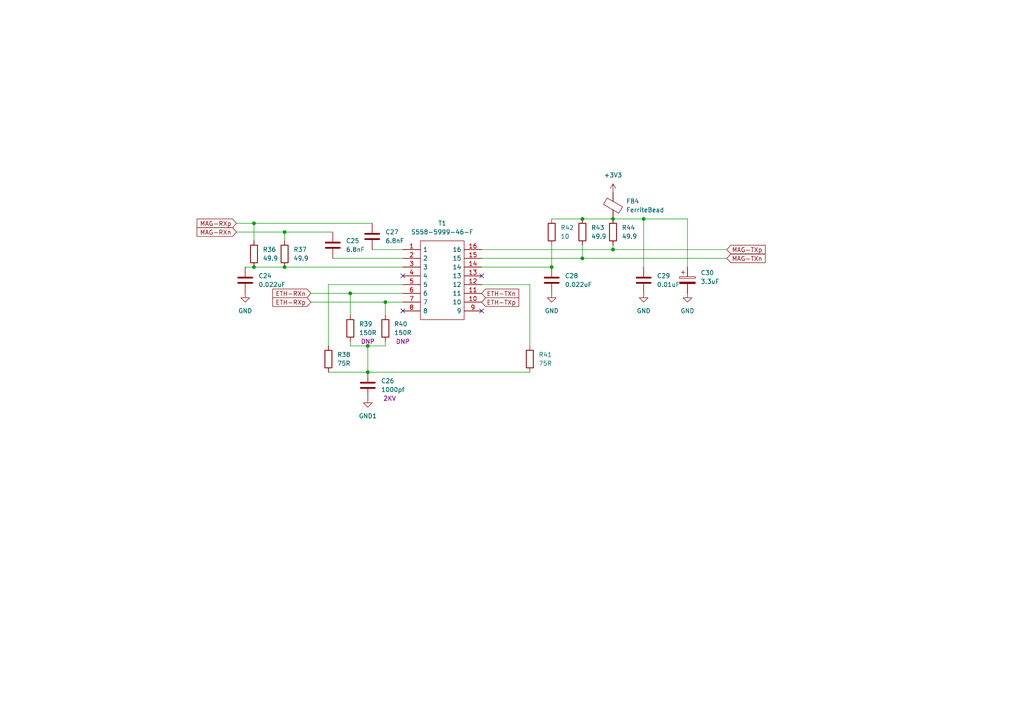
<source format=kicad_sch>
(kicad_sch (version 20211123) (generator eeschema)
  (paper "A4")
  (lib_symbols
    (symbol "Device:C" (pin_numbers hide) (pin_names (offset 0.254))
      (property "Reference" "C" (at 0.635 2.54 0))
      (property "Value" "C" (at 0.635 -2.54 0))
      (symbol "C_0_1"
        (polyline (pts (xy -2.032 -0.762) (xy 2.032 -0.762)) (stroke (width 0.508)))
        (polyline (pts (xy -2.032 0.762) (xy 2.032 0.762)) (stroke (width 0.508)))
      )
      (symbol "C_1_1"
        (pin passive line (at 0 3.81 270) (length 2.794) (name "~") (number "1"))
        (pin passive line (at 0 -3.81 90) (length 2.794) (name "~") (number "2"))
      )
    )
    (symbol "Device:C_Polarized" (pin_numbers hide) (pin_names (offset 0.254))
      (property "Reference" "C" (at 0.635 2.54 0))
      (property "Value" "C_Polarized" (at 0.635 -2.54 0))
      (symbol "C_Polarized_0_1"
        (rectangle (start -2.286 0.508) (end 2.286 1.016))
        (polyline (pts (xy -1.778 2.286) (xy -0.762 2.286)))
        (polyline (pts (xy -1.27 2.794) (xy -1.27 1.778)))
        (rectangle (start 2.286 -0.508) (end -2.286 -1.016) (fill (type outline)))
      )
      (symbol "C_Polarized_1_1"
        (pin passive line (at 0 3.81 270) (length 2.794) (name "~") (number "1"))
        (pin passive line (at 0 -3.81 90) (length 2.794) (name "~") (number "2"))
      )
    )
    (symbol "Device:FerriteBead" (pin_numbers hide) (pin_names (offset 0))
      (property "Reference" "FB" (at -3.81 0.635 90))
      (property "Value" "FerriteBead" (at 3.81 0 90))
      (symbol "FerriteBead_0_1"
        (polyline (pts (xy 0 -1.27) (xy 0 -1.2192)))
        (polyline (pts (xy 0 1.27) (xy 0 1.2954)))
        (polyline (pts (xy -2.7686 0.4064) (xy -1.7018 2.2606) (xy 2.7686 -0.3048) (xy 1.6764 -2.159) (xy -2.7686 0.4064)))
      )
      (symbol "FerriteBead_1_1"
        (pin passive line (at 0 3.81 270) (length 2.54) (name "~") (number "1"))
        (pin passive line (at 0 -3.81 90) (length 2.54) (name "~") (number "2"))
      )
    )
    (symbol "Device:R" (pin_numbers hide) (pin_names (offset 0))
      (property "Reference" "R" (at 2.032 0 90))
      (property "Value" "R" (at 0 0 90))
      (symbol "R_0_1"
        (rectangle (start -1.016 -2.54) (end 1.016 2.54) (stroke (width 0.254)))
      )
      (symbol "R_1_1"
        (pin passive line (at 0 3.81 270) (length 1.27) (name "~") (number "1"))
        (pin passive line (at 0 -3.81 90) (length 1.27) (name "~") (number "2"))
      )
    )
    (symbol "SamacSys_Parts:S558-5999-46-F" (pin_names (offset 0.762))
      (property "Reference" "T" (at 19.05 7.62 0))
      (property "Value" "S558-5999-46-F" (at 19.05 5.08 0))
      (symbol "S558-5999-46-F_0_0"
        (pin passive line (at 0 0 0) (length 5.08) (name "1") (number "1"))
        (pin passive line (at 22.86 -15.24 180) (length 5.08) (name "10") (number "10"))
        (pin passive line (at 22.86 -12.7 180) (length 5.08) (name "11") (number "11"))
        (pin passive line (at 22.86 -10.16 180) (length 5.08) (name "12") (number "12"))
        (pin passive line (at 22.86 -7.62 180) (length 5.08) (name "13") (number "13"))
        (pin passive line (at 22.86 -5.08 180) (length 5.08) (name "14") (number "14"))
        (pin passive line (at 22.86 -2.54 180) (length 5.08) (name "15") (number "15"))
        (pin passive line (at 22.86 0 180) (length 5.08) (name "16") (number "16"))
        (pin passive line (at 0 -2.54 0) (length 5.08) (name "2") (number "2"))
        (pin passive line (at 0 -5.08 0) (length 5.08) (name "3") (number "3"))
        (pin passive line (at 0 -7.62 0) (length 5.08) (name "4") (number "4"))
        (pin passive line (at 0 -10.16 0) (length 5.08) (name "5") (number "5"))
        (pin passive line (at 0 -12.7 0) (length 5.08) (name "6") (number "6"))
        (pin passive line (at 0 -15.24 0) (length 5.08) (name "7") (number "7"))
        (pin passive line (at 0 -17.78 0) (length 5.08) (name "8") (number "8"))
        (pin passive line (at 22.86 -17.78 180) (length 5.08) (name "9") (number "9"))
      )
      (symbol "S558-5999-46-F_0_1"
        (polyline (pts (xy 5.08 2.54) (xy 17.78 2.54) (xy 17.78 -20.32) (xy 5.08 -20.32) (xy 5.08 2.54)) (stroke (width 0.1524)))
      )
    )
    (symbol "power:+3V3" (power) (pin_names (offset 0))
      (property "Value" "+3V3" (at 0 3.556 0))
      (symbol "+3V3_0_1"
        (polyline (pts (xy -0.762 1.27) (xy 0 2.54)))
        (polyline (pts (xy 0 0) (xy 0 2.54)))
        (polyline (pts (xy 0 2.54) (xy 0.762 1.27)))
      )
      (symbol "+3V3_1_1"
        (pin power_in line (at 0 0 90) (length 0) hide (name "+3V3") (number "1"))
      )
    )
    (symbol "power:GND" (power) (pin_names (offset 0))
      (property "Value" "GND" (at 0 -3.81 0))
      (symbol "GND_0_1"
        (polyline (pts (xy 0 0) (xy 0 -1.27) (xy 1.27 -1.27) (xy 0 -2.54) (xy -1.27 -1.27) (xy 0 -1.27)))
      )
      (symbol "GND_1_1"
        (pin power_in line (at 0 0 270) (length 0) hide (name "GND") (number "1"))
      )
    )
    (symbol "power:GND1" (power) (pin_names (offset 0))
      (property "Value" "GND1" (at 0 -3.81 0))
      (symbol "GND1_0_1"
        (polyline (pts (xy 0 0) (xy 0 -1.27) (xy 1.27 -1.27) (xy 0 -2.54) (xy -1.27 -1.27) (xy 0 -1.27)))
      )
      (symbol "GND1_1_1"
        (pin power_in line (at 0 0 270) (length 0) hide (name "GND1") (number "1"))
      )
    )
  )
  (junction (at 73.66 77.47))
  (junction (at 168.91 74.93))
  (junction (at 111.76 87.63))
  (junction (at 186.69 63.5))
  (junction (at 177.8 72.39))
  (junction (at 101.6 85.09))
  (junction (at 106.68 100.33))
  (junction (at 177.8 63.5))
  (junction (at 160.02 77.47))
  (junction (at 106.68 107.95))
  (junction (at 73.66 64.77))
  (junction (at 82.55 77.47))
  (junction (at 82.55 67.31))
  (junction (at 168.91 63.5))
  (no_connect (at 139.7 80.01))
  (no_connect (at 139.7 90.17))
  (no_connect (at 116.84 90.17))
  (no_connect (at 116.84 80.01))
  (wire (pts (xy 168.91 74.93) (xy 139.7 74.93)))
  (wire (pts (xy 210.82 74.93) (xy 168.91 74.93)))
  (wire (pts (xy 95.25 82.55) (xy 95.25 100.33)))
  (wire (pts (xy 186.69 63.5) (xy 177.8 63.5)))
  (wire (pts (xy 168.91 63.5) (xy 177.8 63.5)))
  (wire (pts (xy 106.68 100.33) (xy 106.68 107.95)))
  (wire (pts (xy 73.66 64.77) (xy 107.95 64.77)))
  (wire (pts (xy 106.68 100.33) (xy 111.76 100.33)))
  (wire (pts (xy 186.69 77.47) (xy 186.69 63.5)))
  (wire (pts (xy 139.7 77.47) (xy 160.02 77.47)))
  (wire (pts (xy 68.58 67.31) (xy 82.55 67.31)))
  (wire (pts (xy 68.58 64.77) (xy 73.66 64.77)))
  (wire (pts (xy 82.55 77.47) (xy 116.84 77.47)))
  (wire (pts (xy 111.76 87.63) (xy 111.76 91.44)))
  (wire (pts (xy 101.6 85.09) (xy 116.84 85.09)))
  (wire (pts (xy 73.66 77.47) (xy 82.55 77.47)))
  (wire (pts (xy 101.6 85.09) (xy 101.6 91.44)))
  (wire (pts (xy 101.6 100.33) (xy 101.6 99.06)))
  (wire (pts (xy 199.39 77.47) (xy 199.39 63.5)))
  (wire (pts (xy 210.82 72.39) (xy 177.8 72.39)))
  (wire (pts (xy 111.76 87.63) (xy 116.84 87.63)))
  (wire (pts (xy 107.95 72.39) (xy 116.84 72.39)))
  (wire (pts (xy 73.66 64.77) (xy 73.66 69.85)))
  (wire (pts (xy 177.8 71.12) (xy 177.8 72.39)))
  (wire (pts (xy 199.39 63.5) (xy 186.69 63.5)))
  (wire (pts (xy 71.12 77.47) (xy 73.66 77.47)))
  (wire (pts (xy 96.52 74.93) (xy 116.84 74.93)))
  (wire (pts (xy 177.8 72.39) (xy 139.7 72.39)))
  (wire (pts (xy 90.17 85.09) (xy 101.6 85.09)))
  (wire (pts (xy 95.25 82.55) (xy 116.84 82.55)))
  (wire (pts (xy 106.68 107.95) (xy 153.67 107.95)))
  (wire (pts (xy 82.55 67.31) (xy 82.55 69.85)))
  (wire (pts (xy 153.67 82.55) (xy 153.67 100.33)))
  (wire (pts (xy 111.76 100.33) (xy 111.76 99.06)))
  (wire (pts (xy 168.91 71.12) (xy 168.91 74.93)))
  (wire (pts (xy 95.25 107.95) (xy 106.68 107.95)))
  (wire (pts (xy 153.67 82.55) (xy 139.7 82.55)))
  (wire (pts (xy 160.02 63.5) (xy 168.91 63.5)))
  (wire (pts (xy 90.17 87.63) (xy 111.76 87.63)))
  (wire (pts (xy 101.6 100.33) (xy 106.68 100.33)))
  (wire (pts (xy 160.02 77.47) (xy 160.02 71.12)))
  (wire (pts (xy 82.55 67.31) (xy 96.52 67.31)))
  (global_label "MAG-TXp" (shape input) (at 210.82 72.39 0) (property "Intersheet References" "${INTERSHEET_REFS}" (effects hide)))
  (global_label "MAG-RXp" (shape input) (at 68.58 64.77 180) (property "Intersheet References" "${INTERSHEET_REFS}" (effects hide)))
  (global_label "ETH-RXp" (shape input) (at 90.17 87.63 180) (property "Intersheet References" "${INTERSHEET_REFS}" (effects hide)))
  (global_label "MAG-RXn" (shape input) (at 68.58 67.31 180) (property "Intersheet References" "${INTERSHEET_REFS}" (effects hide)))
  (global_label "ETH-TXp" (shape input) (at 139.7 87.63 0) (property "Intersheet References" "${INTERSHEET_REFS}" (effects hide)))
  (global_label "ETH-RXn" (shape input) (at 90.17 85.09 180) (property "Intersheet References" "${INTERSHEET_REFS}" (effects hide)))
  (global_label "MAG-TXn" (shape input) (at 210.82 74.93 0) (property "Intersheet References" "${INTERSHEET_REFS}" (effects hide)))
  (global_label "ETH-TXn" (shape input) (at 139.7 85.09 0) (property "Intersheet References" "${INTERSHEET_REFS}" (effects hide)))
  (symbol (lib_id "power:GND") (at 199.39 85.09 0) (unit 1)
    (property "Reference" "#PWR045" (effects hide))
    (property "Value" "GND" (at 199.39 90.17 0))
  )
  (symbol (lib_id "Device:C") (at 107.95 68.58 0) (unit 1)
    (property "Reference" "C27" (at 111.76 67.3099 0) (effects (justify left)))
    (property "Value" "6.8nF" (at 111.76 69.8499 0) (effects (justify left)))
  )
  (symbol (lib_id "Device:R") (at 95.25 104.14 0) (unit 1)
    (property "Reference" "R38" (at 97.79 102.8699 0) (effects (justify left)))
    (property "Value" "75R" (at 97.79 105.4099 0) (effects (justify left)))
  )
  (symbol (lib_id "Device:C") (at 71.12 81.28 0) (unit 1)
    (property "Reference" "C24" (at 74.93 80.0099 0) (effects (justify left)))
    (property "Value" "0.022uF" (at 74.93 82.5499 0) (effects (justify left)))
  )
  (symbol (lib_id "Device:R") (at 177.8 67.31 0) (unit 1)
    (property "Reference" "R44" (at 180.34 66.0399 0) (effects (justify left)))
    (property "Value" "49.9" (at 180.34 68.5799 0) (effects (justify left)))
  )
  (symbol (lib_id "power:GND") (at 186.69 85.09 0) (unit 1)
    (property "Reference" "#PWR044" (effects hide))
    (property "Value" "GND" (at 186.69 90.17 0))
  )
  (symbol (lib_id "Device:R") (at 73.66 73.66 0) (unit 1)
    (property "Reference" "R36" (at 76.2 72.3899 0) (effects (justify left)))
    (property "Value" "49.9" (at 76.2 74.9299 0) (effects (justify left)))
  )
  (symbol (lib_id "SamacSys_Parts:S558-5999-46-F") (at 116.84 72.39 0) (unit 1)
    (property "Reference" "T1" (at 128.27 64.77 0))
    (property "Value" "S558-5999-46-F" (at 128.27 67.31 0))
    (property "Footprint" "SOP254P1270X597-16N" (effects hide))
    (property "Datasheet" "https://www.mouser.co.uk/datasheet/2/643/dr-MAG-S558-5999-46-F-1310230.pdf" (effects hide))
    (property "Description" "Telecom Transformer 2(1CT:1CT) 16 Terminal Gull Wing SMD" (effects hide))
    (property "Height" "5.969" (effects hide))
    (property "Mouser Part Number" "530-S558-5999-46-F" (effects hide))
    (property "Mouser Price/Stock" "https://www.mouser.co.uk/ProductDetail/Bel-Magnetic-Solutions/S558-5999-46-F?qs=SRYZG9HaIQ0JiDs1a9ioDQ%3D%3D" (effects hide))
    (property "Manufacturer_Name" "Bel Magnetic Solutions" (effects hide))
    (property "Manufacturer_Part_Number" "S558-5999-46-F" (effects hide))
  )
  (symbol (lib_id "Device:C") (at 186.69 81.28 0) (unit 1)
    (property "Reference" "C29" (at 190.5 80.0099 0) (effects (justify left)))
    (property "Value" "0.01uF" (at 190.5 82.5499 0) (effects (justify left)))
  )
  (symbol (lib_id "Device:R") (at 111.76 95.25 0) (unit 1)
    (property "Reference" "R40" (at 114.3 93.9799 0) (effects (justify left)))
    (property "Value" "150R" (at 114.3 96.5199 0) (effects (justify left)))
    (property "DNP" "DNP" (at 116.84 99.06 0))
  )
  (symbol (lib_id "Device:R") (at 82.55 73.66 0) (unit 1)
    (property "Reference" "R37" (at 85.09 72.3899 0) (effects (justify left)))
    (property "Value" "49.9" (at 85.09 74.9299 0) (effects (justify left)))
  )
  (symbol (lib_id "Device:R") (at 168.91 67.31 0) (unit 1)
    (property "Reference" "R43" (at 171.45 66.0399 0) (effects (justify left)))
    (property "Value" "49.9" (at 171.45 68.5799 0) (effects (justify left)))
  )
  (symbol (lib_id "Device:C_Polarized") (at 199.39 81.28 0) (unit 1)
    (property "Reference" "C30" (at 203.2 79.1209 0) (effects (justify left)))
    (property "Value" "3.3uF" (at 203.2 81.6609 0) (effects (justify left)))
  )
  (symbol (lib_id "power:GND") (at 160.02 85.09 0) (unit 1)
    (property "Reference" "#PWR042" (effects hide))
    (property "Value" "GND" (at 160.02 90.17 0))
  )
  (symbol (lib_id "power:+3V3") (at 177.8 55.88 0) (unit 1)
    (property "Reference" "#PWR043" (effects hide))
    (property "Value" "+3V3" (at 177.8 50.8 0))
  )
  (symbol (lib_id "Device:R") (at 153.67 104.14 180) (unit 1)
    (property "Reference" "R41" (at 156.21 102.8699 0) (effects (justify right)))
    (property "Value" "75R" (at 156.21 105.4099 0) (effects (justify right)))
  )
  (symbol (lib_id "Device:C") (at 96.52 71.12 0) (unit 1)
    (property "Reference" "C25" (at 100.33 69.8499 0) (effects (justify left)))
    (property "Value" "6.8nF" (at 100.33 72.3899 0) (effects (justify left)))
  )
  (symbol (lib_id "Device:C") (at 160.02 81.28 0) (unit 1)
    (property "Reference" "C28" (at 163.83 80.0099 0) (effects (justify left)))
    (property "Value" "0.022uF" (at 163.83 82.5499 0) (effects (justify left)))
  )
  (symbol (lib_id "power:GND") (at 71.12 85.09 0) (unit 1)
    (property "Reference" "#PWR040" (effects hide))
    (property "Value" "GND" (at 71.12 90.17 0))
  )
  (symbol (lib_id "Device:R") (at 101.6 95.25 0) (unit 1)
    (property "Reference" "R39" (at 104.14 93.9799 0) (effects (justify left)))
    (property "Value" "150R" (at 104.14 96.5199 0) (effects (justify left)))
    (property "DNP" "DNP" (at 106.68 99.06 0))
  )
  (symbol (lib_id "power:GND1") (at 106.68 115.57 0) (unit 1)
    (property "Reference" "#PWR041" (effects hide))
    (property "Value" "GND1" (at 106.68 120.65 0))
  )
  (symbol (lib_id "Device:R") (at 160.02 67.31 0) (unit 1)
    (property "Reference" "R42" (at 162.56 66.0399 0) (effects (justify left)))
    (property "Value" "10" (at 162.56 68.5799 0) (effects (justify left)))
  )
  (symbol (lib_id "Device:C") (at 106.68 111.76 0) (unit 1)
    (property "Reference" "C26" (at 110.49 110.4899 0) (effects (justify left)))
    (property "Value" "1000pf" (at 110.49 113.0299 0) (effects (justify left)))
    (property "Vmax" "2KV" (at 113.03 115.57 0))
  )
  (symbol (lib_id "Device:FerriteBead") (at 177.8 59.69 0) (unit 1)
    (property "Reference" "FB4" (at 181.61 58.3691 0) (effects (justify left)))
    (property "Value" "FerriteBead" (at 181.61 60.9091 0) (effects (justify left)))
  )
)
</source>
